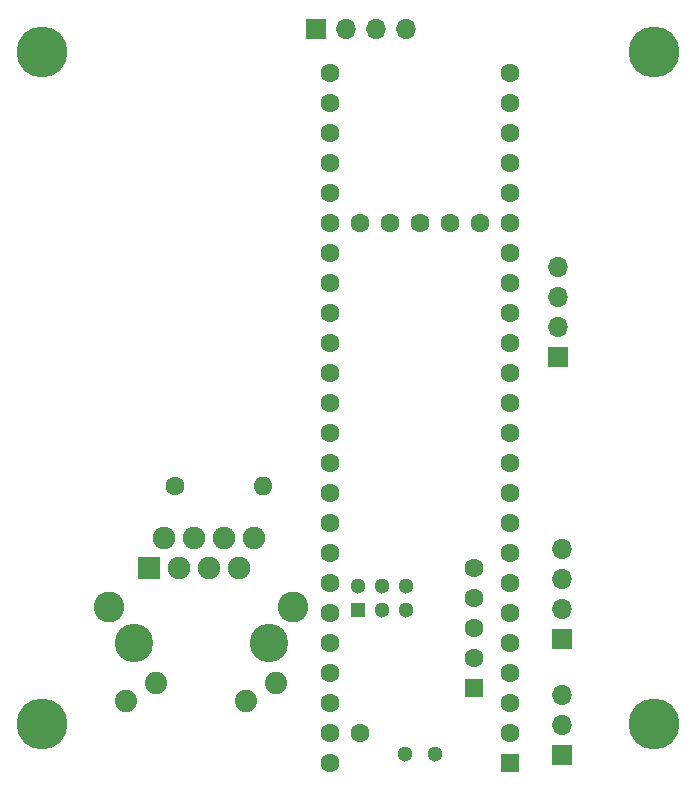
<source format=gbr>
%TF.GenerationSoftware,KiCad,Pcbnew,8.0.4*%
%TF.CreationDate,2024-07-28T19:43:17+02:00*%
%TF.ProjectId,Teensy_Custom_Board,5465656e-7379-45f4-9375-73746f6d5f42,1.0*%
%TF.SameCoordinates,Original*%
%TF.FileFunction,Soldermask,Top*%
%TF.FilePolarity,Negative*%
%FSLAX46Y46*%
G04 Gerber Fmt 4.6, Leading zero omitted, Abs format (unit mm)*
G04 Created by KiCad (PCBNEW 8.0.4) date 2024-07-28 19:43:17*
%MOMM*%
%LPD*%
G01*
G04 APERTURE LIST*
%ADD10C,4.300000*%
%ADD11C,1.600000*%
%ADD12O,1.600000X1.600000*%
%ADD13R,1.700000X1.700000*%
%ADD14O,1.700000X1.700000*%
%ADD15C,1.300000*%
%ADD16R,1.300000X1.300000*%
%ADD17R,1.600000X1.600000*%
%ADD18C,3.250000*%
%ADD19C,1.890000*%
%ADD20R,1.900000X1.900000*%
%ADD21C,1.900000*%
%ADD22C,2.600000*%
G04 APERTURE END LIST*
D10*
%TO.C,REF\u002A\u002A*%
X171500000Y-99700000D03*
%TD*%
%TO.C,REF\u002A\u002A*%
X171500000Y-42800000D03*
%TD*%
%TO.C,REF\u002A\u002A*%
X119700000Y-42800000D03*
%TD*%
%TO.C,REF\u002A\u002A*%
X119700000Y-99700000D03*
%TD*%
D11*
%TO.C,C1*%
X130950000Y-79500000D03*
D12*
X138450000Y-79500000D03*
%TD*%
D13*
%TO.C,J5*%
X163700000Y-92520000D03*
D14*
X163700000Y-89980000D03*
X163700000Y-87440000D03*
X163700000Y-84900000D03*
%TD*%
D15*
%TO.C,U1*%
X152950000Y-102229200D03*
X150410000Y-102229200D03*
X146498400Y-87989200D03*
X148498400Y-87989200D03*
X150498400Y-87989200D03*
X150498400Y-89989200D03*
X148498400Y-89989200D03*
D16*
X146498400Y-89989200D03*
D11*
X156249200Y-86500000D03*
X156249200Y-89040000D03*
X156249200Y-91580000D03*
X156249200Y-94120000D03*
D17*
X156249200Y-96660000D03*
D11*
X146600000Y-57239200D03*
X149140000Y-57239200D03*
X151680000Y-57239200D03*
X154220000Y-57239200D03*
X156760000Y-57239200D03*
X146600000Y-100419200D03*
X144060000Y-102959200D03*
X144060000Y-100419200D03*
X144060000Y-97879200D03*
X144060000Y-95339200D03*
X144060000Y-92799200D03*
X144060000Y-90259200D03*
X144060000Y-87719200D03*
X144060000Y-85179200D03*
X144060000Y-82639200D03*
X144060000Y-80099200D03*
X144060000Y-77559200D03*
X144060000Y-75019200D03*
X144060000Y-72479200D03*
X144060000Y-69939200D03*
X144060000Y-67399200D03*
X144060000Y-64859200D03*
X144060000Y-62319200D03*
X144060000Y-59779200D03*
X144060000Y-57239200D03*
X144060000Y-54699200D03*
X144060000Y-52159200D03*
X144060000Y-49619200D03*
X144060000Y-47079200D03*
X144060000Y-44539200D03*
X159300000Y-44539200D03*
X159300000Y-47079200D03*
X159300000Y-49619200D03*
X159300000Y-52159200D03*
X159300000Y-54699200D03*
X159300000Y-57239200D03*
X159300000Y-59779200D03*
X159300000Y-62319200D03*
X159300000Y-64859200D03*
X159300000Y-67399200D03*
X159300000Y-69939200D03*
X159300000Y-72479200D03*
X159300000Y-75019200D03*
X159300000Y-77559200D03*
X159300000Y-80099200D03*
X159300000Y-82639200D03*
X159300000Y-85179200D03*
X159300000Y-87719200D03*
X159300000Y-90259200D03*
X159300000Y-92799200D03*
X159300000Y-95339200D03*
X159300000Y-97879200D03*
X159300000Y-100419200D03*
D17*
X159300000Y-102959200D03*
%TD*%
D13*
%TO.C,J3*%
X142900000Y-40800000D03*
D14*
X145440000Y-40800000D03*
X147980000Y-40800000D03*
X150520000Y-40800000D03*
%TD*%
D18*
%TO.C,J1*%
X127460000Y-92800000D03*
X138890000Y-92800000D03*
D19*
X139500000Y-96180000D03*
X136960000Y-97700000D03*
X129390000Y-96180000D03*
X126850000Y-97700000D03*
D20*
X128730000Y-86460000D03*
D21*
X130000000Y-83920000D03*
X131270000Y-86460000D03*
X132540000Y-83920000D03*
X133810000Y-86460000D03*
X135080000Y-83920000D03*
X136350000Y-86460000D03*
X137620000Y-83920000D03*
D22*
X125400000Y-89750000D03*
X140950000Y-89750000D03*
%TD*%
D13*
%TO.C,J4*%
X163700000Y-102325000D03*
D14*
X163700000Y-99785000D03*
X163700000Y-97245000D03*
%TD*%
D13*
%TO.C,J2*%
X163400000Y-68580000D03*
D14*
X163400000Y-66040000D03*
X163400000Y-63500000D03*
X163400000Y-60960000D03*
%TD*%
M02*

</source>
